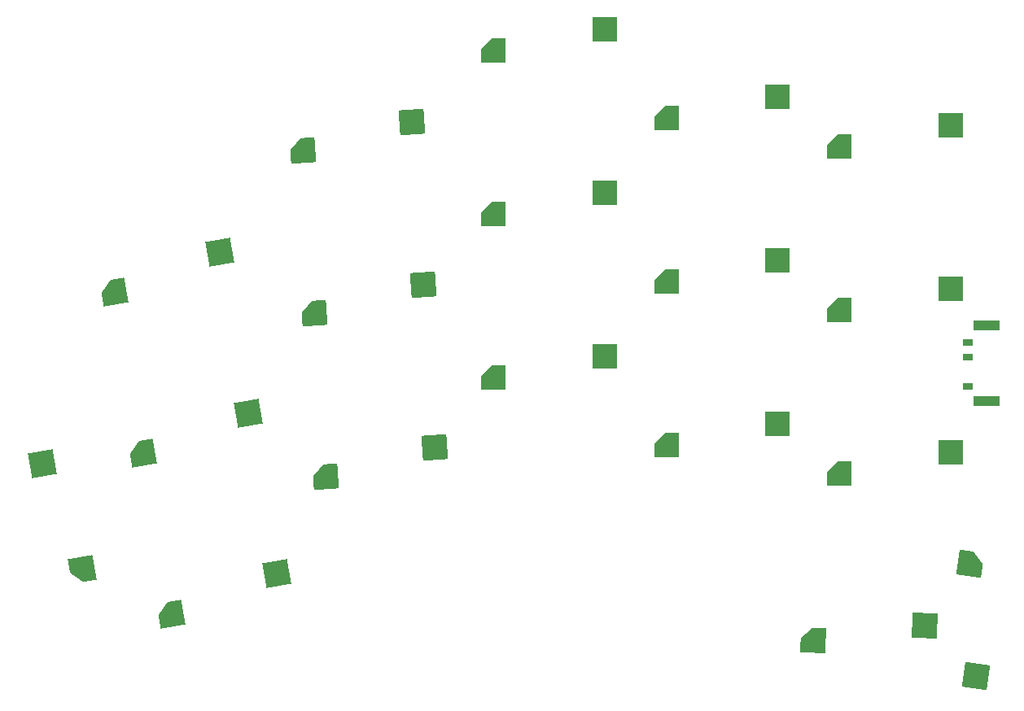
<source format=gbr>
%TF.GenerationSoftware,KiCad,Pcbnew,9.0.0*%
%TF.CreationDate,2025-05-15T16:18:32+09:00*%
%TF.ProjectId,xylo,78796c6f-2e6b-4696-9361-645f70636258,rev?*%
%TF.SameCoordinates,Original*%
%TF.FileFunction,Paste,Top*%
%TF.FilePolarity,Positive*%
%FSLAX46Y46*%
G04 Gerber Fmt 4.6, Leading zero omitted, Abs format (unit mm)*
G04 Created by KiCad (PCBNEW 9.0.0) date 2025-05-15 16:18:32*
%MOMM*%
%LPD*%
G01*
G04 APERTURE LIST*
G04 Aperture macros list*
%AMRotRect*
0 Rectangle, with rotation*
0 The origin of the aperture is its center*
0 $1 length*
0 $2 width*
0 $3 Rotation angle, in degrees counterclockwise*
0 Add horizontal line*
21,1,$1,$2,0,0,$3*%
%AMOutline5P*
0 Free polygon, 5 corners , with rotation*
0 The origin of the aperture is its center*
0 number of corners: always 5*
0 $1 to $10 corner X, Y*
0 $11 Rotation angle, in degrees counterclockwise*
0 create outline with 5 corners*
4,1,5,$1,$2,$3,$4,$5,$6,$7,$8,$9,$10,$1,$2,$11*%
%AMOutline6P*
0 Free polygon, 6 corners , with rotation*
0 The origin of the aperture is its center*
0 number of corners: always 6*
0 $1 to $12 corner X, Y*
0 $13 Rotation angle, in degrees counterclockwise*
0 create outline with 6 corners*
4,1,6,$1,$2,$3,$4,$5,$6,$7,$8,$9,$10,$11,$12,$1,$2,$13*%
%AMOutline7P*
0 Free polygon, 7 corners , with rotation*
0 The origin of the aperture is its center*
0 number of corners: always 7*
0 $1 to $14 corner X, Y*
0 $15 Rotation angle, in degrees counterclockwise*
0 create outline with 7 corners*
4,1,7,$1,$2,$3,$4,$5,$6,$7,$8,$9,$10,$11,$12,$13,$14,$1,$2,$15*%
%AMOutline8P*
0 Free polygon, 8 corners , with rotation*
0 The origin of the aperture is its center*
0 number of corners: always 8*
0 $1 to $16 corner X, Y*
0 $17 Rotation angle, in degrees counterclockwise*
0 create outline with 8 corners*
4,1,8,$1,$2,$3,$4,$5,$6,$7,$8,$9,$10,$11,$12,$13,$14,$15,$16,$1,$2,$17*%
G04 Aperture macros list end*
%ADD10Outline5P,-1.300000X0.130000X-0.130000X1.300000X1.300000X1.300000X1.300000X-1.300000X-1.300000X-1.300000X4.000000*%
%ADD11RotRect,2.600000X2.600000X4.000000*%
%ADD12Outline5P,-1.300000X0.130000X-0.130000X1.300000X1.300000X1.300000X1.300000X-1.300000X-1.300000X-1.300000X0.000000*%
%ADD13R,2.600000X2.600000*%
%ADD14Outline5P,-1.300000X0.130000X-0.130000X1.300000X1.300000X1.300000X1.300000X-1.300000X-1.300000X-1.300000X100.000000*%
%ADD15RotRect,2.600000X2.600000X100.000000*%
%ADD16Outline5P,-1.300000X0.130000X-0.130000X1.300000X1.300000X1.300000X1.300000X-1.300000X-1.300000X-1.300000X10.000000*%
%ADD17RotRect,2.600000X2.600000X10.000000*%
%ADD18R,1.000000X0.700000*%
%ADD19R,2.800000X1.000000*%
%ADD20Outline5P,-1.300000X0.130000X-0.130000X1.300000X1.300000X1.300000X1.300000X-1.300000X-1.300000X-1.300000X262.000000*%
%ADD21RotRect,2.600000X2.600000X262.000000*%
%ADD22Outline5P,-1.300000X0.130000X-0.130000X1.300000X1.300000X1.300000X1.300000X-1.300000X-1.300000X-1.300000X357.000000*%
%ADD23RotRect,2.600000X2.600000X357.000000*%
G04 APERTURE END LIST*
D10*
%TO.C,SW2*%
X176905029Y-82338959D03*
D11*
X188273429Y-79338630D03*
%TD*%
D12*
%TO.C,SW9*%
X214725000Y-95950000D03*
D13*
X226275000Y-93750000D03*
%TD*%
D14*
%TO.C,SW16*%
X153946304Y-125920039D03*
D15*
X149774090Y-114927535D03*
%TD*%
D12*
%TO.C,SW5*%
X232725000Y-81950000D03*
D13*
X244275000Y-79750000D03*
%TD*%
D10*
%TO.C,SW12*%
X179277029Y-116256959D03*
D11*
X190645429Y-113256630D03*
%TD*%
D10*
%TO.C,SW7*%
X178091029Y-99297959D03*
D11*
X189459429Y-96297630D03*
%TD*%
D16*
%TO.C,SW11*%
X163167961Y-130564304D03*
D17*
X174160465Y-126392090D03*
%TD*%
D18*
%TO.C,PSW1*%
X246100000Y-106850000D03*
X246100000Y-103850000D03*
X246100000Y-102350000D03*
D19*
X248000000Y-108450000D03*
X248000000Y-100500000D03*
%TD*%
D20*
%TO.C,SW18*%
X246328697Y-125323792D03*
D21*
X246899837Y-137067569D03*
%TD*%
D16*
%TO.C,SW6*%
X160215961Y-113822304D03*
D17*
X171208465Y-109650090D03*
%TD*%
D12*
%TO.C,SW15*%
X232725000Y-115950000D03*
D13*
X244275000Y-113750000D03*
%TD*%
D12*
%TO.C,SW8*%
X196725000Y-88950000D03*
D13*
X208275000Y-86750000D03*
%TD*%
D12*
%TO.C,SW4*%
X214725000Y-78950000D03*
D13*
X226275000Y-76750000D03*
%TD*%
D12*
%TO.C,SW10*%
X232725000Y-98950000D03*
D13*
X244275000Y-96750000D03*
%TD*%
D12*
%TO.C,SW3*%
X196725000Y-71950000D03*
D13*
X208275000Y-69750000D03*
%TD*%
D22*
%TO.C,SW17*%
X229961089Y-133329445D03*
D23*
X241610400Y-131736941D03*
%TD*%
D12*
%TO.C,SW14*%
X214725000Y-112950000D03*
D13*
X226275000Y-110750000D03*
%TD*%
D16*
%TO.C,SW1*%
X157263961Y-97080304D03*
D17*
X168256465Y-92908090D03*
%TD*%
D12*
%TO.C,SW13*%
X196725000Y-105950000D03*
D13*
X208275000Y-103750000D03*
%TD*%
M02*

</source>
